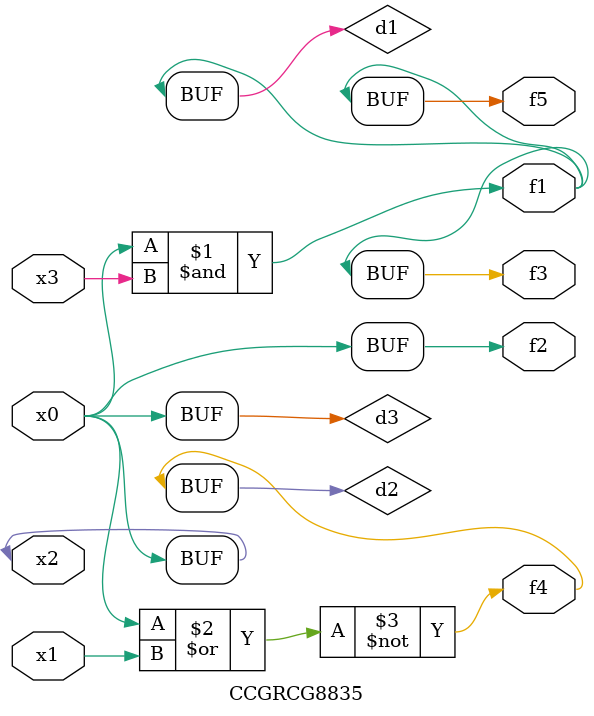
<source format=v>
module CCGRCG8835(
	input x0, x1, x2, x3,
	output f1, f2, f3, f4, f5
);

	wire d1, d2, d3;

	and (d1, x2, x3);
	nor (d2, x0, x1);
	buf (d3, x0, x2);
	assign f1 = d1;
	assign f2 = d3;
	assign f3 = d1;
	assign f4 = d2;
	assign f5 = d1;
endmodule

</source>
